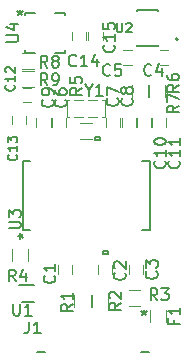
<source format=gto>
G04 #@! TF.GenerationSoftware,KiCad,Pcbnew,(5.1.8)-1*
G04 #@! TF.CreationDate,2021-01-24T13:56:55+09:00*
G04 #@! TF.ProjectId,USB-Audio-PCM2906,5553422d-4175-4646-996f-2d50434d3239,rev?*
G04 #@! TF.SameCoordinates,Original*
G04 #@! TF.FileFunction,Legend,Top*
G04 #@! TF.FilePolarity,Positive*
%FSLAX46Y46*%
G04 Gerber Fmt 4.6, Leading zero omitted, Abs format (unit mm)*
G04 Created by KiCad (PCBNEW (5.1.8)-1) date 2021-01-24 13:56:55*
%MOMM*%
%LPD*%
G01*
G04 APERTURE LIST*
%ADD10C,0.152400*%
%ADD11C,0.120000*%
%ADD12C,0.150000*%
%ADD13C,0.200000*%
%ADD14C,0.127000*%
%ADD15O,1.500000X3.000000*%
%ADD16C,1.701800*%
%ADD17C,1.498600*%
%ADD18R,0.500000X0.900000*%
%ADD19R,0.750000X0.800000*%
%ADD20R,0.800000X0.750000*%
%ADD21R,0.900000X0.500000*%
%ADD22R,0.650000X0.250000*%
%ADD23R,1.350000X0.600000*%
%ADD24R,0.431000X1.639799*%
%ADD25C,0.508000*%
%ADD26R,1.500000X1.750000*%
%ADD27R,0.850000X0.350000*%
%ADD28R,0.400000X1.900000*%
G04 APERTURE END LIST*
D10*
G04 #@! TO.C,J1*
X144425441Y-119373000D02*
X143736741Y-119373000D01*
X153263260Y-119373000D02*
X152574561Y-119373000D01*
D11*
G04 #@! TO.C,R9*
X143450000Y-96880000D02*
X142450000Y-96880000D01*
X142450000Y-95520000D02*
X143450000Y-95520000D01*
G04 #@! TO.C,C13*
X141600000Y-100050000D02*
X141600000Y-99350000D01*
X142800000Y-99350000D02*
X142800000Y-100050000D01*
G04 #@! TO.C,C1*
X146700000Y-112000000D02*
X146700000Y-112700000D01*
X145500000Y-112700000D02*
X145500000Y-112000000D01*
G04 #@! TO.C,C2*
X148900000Y-112700000D02*
X148900000Y-112000000D01*
X150100000Y-112000000D02*
X150100000Y-112700000D01*
G04 #@! TO.C,C3*
X152700000Y-112000000D02*
X152700000Y-112700000D01*
X151500000Y-112700000D02*
X151500000Y-112000000D01*
G04 #@! TO.C,C4*
X154850000Y-95000000D02*
X154150000Y-95000000D01*
X154150000Y-93800000D02*
X154850000Y-93800000D01*
G04 #@! TO.C,C5*
X151050000Y-93800000D02*
X151750000Y-93800000D01*
X151750000Y-95000000D02*
X151050000Y-95000000D01*
G04 #@! TO.C,C6*
X146200000Y-99550000D02*
X146200000Y-100250000D01*
X145000000Y-100250000D02*
X145000000Y-99550000D01*
G04 #@! TO.C,C7*
X149600000Y-100250000D02*
X149600000Y-99550000D01*
X150800000Y-99550000D02*
X150800000Y-100250000D01*
G04 #@! TO.C,C8*
X150900000Y-100250000D02*
X150900000Y-99550000D01*
X152100000Y-99550000D02*
X152100000Y-100250000D01*
G04 #@! TO.C,C9*
X144900000Y-99550000D02*
X144900000Y-100250000D01*
X143700000Y-100250000D02*
X143700000Y-99550000D01*
G04 #@! TO.C,C10*
X153400000Y-99550000D02*
X153400000Y-100250000D01*
X152200000Y-100250000D02*
X152200000Y-99550000D01*
G04 #@! TO.C,C11*
X154700000Y-99550000D02*
X154700000Y-100250000D01*
X153500000Y-100250000D02*
X153500000Y-99550000D01*
G04 #@! TO.C,C12*
X143250000Y-98200000D02*
X142550000Y-98200000D01*
X142550000Y-97000000D02*
X143250000Y-97000000D01*
G04 #@! TO.C,C14*
X147900000Y-92250000D02*
X147900000Y-92950000D01*
X146700000Y-92950000D02*
X146700000Y-92250000D01*
G04 #@! TO.C,C15*
X148100000Y-92950000D02*
X148100000Y-92250000D01*
X149300000Y-92250000D02*
X149300000Y-92950000D01*
G04 #@! TO.C,F1*
X153320000Y-116800000D02*
X153320000Y-115800000D01*
X154680000Y-115800000D02*
X154680000Y-116800000D01*
G04 #@! TO.C,R1*
X148280000Y-114500000D02*
X148280000Y-115500000D01*
X146920000Y-115500000D02*
X146920000Y-114500000D01*
G04 #@! TO.C,R2*
X148420000Y-115500000D02*
X148420000Y-114500000D01*
X149780000Y-114500000D02*
X149780000Y-115500000D01*
G04 #@! TO.C,R3*
X151500000Y-114120000D02*
X152500000Y-114120000D01*
X152500000Y-115480000D02*
X151500000Y-115480000D01*
G04 #@! TO.C,R4*
X141620000Y-111600000D02*
X141620000Y-110600000D01*
X142980000Y-110600000D02*
X142980000Y-111600000D01*
G04 #@! TO.C,R5*
X148400000Y-101280000D02*
X147400000Y-101280000D01*
X147400000Y-99920000D02*
X148400000Y-99920000D01*
G04 #@! TO.C,R6*
X153180000Y-96750000D02*
X153180000Y-97750000D01*
X151820000Y-97750000D02*
X151820000Y-96750000D01*
G04 #@! TO.C,R7*
X153220000Y-97750000D02*
X153220000Y-96750000D01*
X154580000Y-96750000D02*
X154580000Y-97750000D01*
G04 #@! TO.C,R8*
X143450000Y-95380000D02*
X142450000Y-95380000D01*
X142450000Y-94020000D02*
X143450000Y-94020000D01*
D12*
G04 #@! TO.C,U1*
X142200000Y-113700000D02*
X143500000Y-113700000D01*
X143500000Y-115100000D02*
X142500000Y-115100000D01*
D13*
G04 #@! TO.C,U2*
X155669000Y-92850000D02*
G75*
G03*
X155669000Y-92850000I-100000J0D01*
G01*
D14*
X153950000Y-93450000D02*
X153950000Y-93350000D01*
X152250000Y-93450000D02*
X152250000Y-93350000D01*
X152250000Y-90350000D02*
X152250000Y-90450000D01*
X153950000Y-90350000D02*
X153950000Y-90450000D01*
X152250000Y-90350000D02*
X153950000Y-90350000D01*
X152250000Y-93450000D02*
X153950000Y-93450000D01*
D10*
G04 #@! TO.C,U3*
X153272100Y-109021000D02*
X153272100Y-103179000D01*
X153272100Y-103179000D02*
X152673240Y-103179000D01*
X142527900Y-103179000D02*
X142527900Y-109021000D01*
X142527900Y-109021000D02*
X143126760Y-109021000D01*
X152673238Y-109021000D02*
X153272100Y-109021000D01*
X143126760Y-103179000D02*
X142527900Y-103179000D01*
X149334498Y-111060099D02*
X149715498Y-111060099D01*
X149715498Y-111060099D02*
X149715498Y-110806099D01*
X149715498Y-110806099D02*
X149334498Y-110806099D01*
X149334498Y-110806099D02*
X149334498Y-111060099D01*
X148684499Y-101139901D02*
X149065499Y-101139901D01*
X149065499Y-101139901D02*
X149065499Y-101393901D01*
X149065499Y-101393901D02*
X148684499Y-101393901D01*
X148684499Y-101393901D02*
X148684499Y-101139901D01*
G04 #@! TO.C,U4*
X142698001Y-94001999D02*
X143545650Y-94001999D01*
X146101999Y-94001999D02*
X146101999Y-93782739D01*
X146101999Y-90598001D02*
X145254350Y-90598001D01*
X142698001Y-90598001D02*
X142698001Y-90817261D01*
X142698001Y-93782739D02*
X142698001Y-94001999D01*
X146101999Y-90817261D02*
X146101999Y-90598001D01*
X143545650Y-90598001D02*
X142698001Y-90598001D01*
X145254350Y-94001999D02*
X146101999Y-94001999D01*
D11*
G04 #@! TO.C,Y1*
X149500000Y-99400000D02*
X149500000Y-98000000D01*
X149500000Y-98000000D02*
X146300000Y-98000000D01*
X146300000Y-98000000D02*
X146300000Y-99400000D01*
X149500000Y-99400000D02*
X146300000Y-99400000D01*
G04 #@! TO.C,J1*
D12*
X143066666Y-116752380D02*
X143066666Y-117466666D01*
X143019047Y-117609523D01*
X142923809Y-117704761D01*
X142780952Y-117752380D01*
X142685714Y-117752380D01*
X144066666Y-117752380D02*
X143495238Y-117752380D01*
X143780952Y-117752380D02*
X143780952Y-116752380D01*
X143685714Y-116895238D01*
X143590476Y-116990476D01*
X143495238Y-117038095D01*
X152800000Y-115752380D02*
X152800000Y-115990476D01*
X152561904Y-115895238D02*
X152800000Y-115990476D01*
X153038095Y-115895238D01*
X152657142Y-116180952D02*
X152800000Y-115990476D01*
X152942857Y-116180952D01*
G04 #@! TO.C,R9*
X144633333Y-96752380D02*
X144300000Y-96276190D01*
X144061904Y-96752380D02*
X144061904Y-95752380D01*
X144442857Y-95752380D01*
X144538095Y-95800000D01*
X144585714Y-95847619D01*
X144633333Y-95942857D01*
X144633333Y-96085714D01*
X144585714Y-96180952D01*
X144538095Y-96228571D01*
X144442857Y-96276190D01*
X144061904Y-96276190D01*
X145109523Y-96752380D02*
X145300000Y-96752380D01*
X145395238Y-96704761D01*
X145442857Y-96657142D01*
X145538095Y-96514285D01*
X145585714Y-96323809D01*
X145585714Y-95942857D01*
X145538095Y-95847619D01*
X145490476Y-95800000D01*
X145395238Y-95752380D01*
X145204761Y-95752380D01*
X145109523Y-95800000D01*
X145061904Y-95847619D01*
X145014285Y-95942857D01*
X145014285Y-96180952D01*
X145061904Y-96276190D01*
X145109523Y-96323809D01*
X145204761Y-96371428D01*
X145395238Y-96371428D01*
X145490476Y-96323809D01*
X145538095Y-96276190D01*
X145585714Y-96180952D01*
G04 #@! TO.C,C13*
X141985714Y-102614285D02*
X142023809Y-102652380D01*
X142061904Y-102766666D01*
X142061904Y-102842857D01*
X142023809Y-102957142D01*
X141947619Y-103033333D01*
X141871428Y-103071428D01*
X141719047Y-103109523D01*
X141604761Y-103109523D01*
X141452380Y-103071428D01*
X141376190Y-103033333D01*
X141300000Y-102957142D01*
X141261904Y-102842857D01*
X141261904Y-102766666D01*
X141300000Y-102652380D01*
X141338095Y-102614285D01*
X142061904Y-101852380D02*
X142061904Y-102309523D01*
X142061904Y-102080952D02*
X141261904Y-102080952D01*
X141376190Y-102157142D01*
X141452380Y-102233333D01*
X141490476Y-102309523D01*
X141261904Y-101585714D02*
X141261904Y-101090476D01*
X141566666Y-101357142D01*
X141566666Y-101242857D01*
X141604761Y-101166666D01*
X141642857Y-101128571D01*
X141719047Y-101090476D01*
X141909523Y-101090476D01*
X141985714Y-101128571D01*
X142023809Y-101166666D01*
X142061904Y-101242857D01*
X142061904Y-101471428D01*
X142023809Y-101547619D01*
X141985714Y-101585714D01*
G04 #@! TO.C,C1*
X145207142Y-112866666D02*
X145254761Y-112914285D01*
X145302380Y-113057142D01*
X145302380Y-113152380D01*
X145254761Y-113295238D01*
X145159523Y-113390476D01*
X145064285Y-113438095D01*
X144873809Y-113485714D01*
X144730952Y-113485714D01*
X144540476Y-113438095D01*
X144445238Y-113390476D01*
X144350000Y-113295238D01*
X144302380Y-113152380D01*
X144302380Y-113057142D01*
X144350000Y-112914285D01*
X144397619Y-112866666D01*
X145302380Y-111914285D02*
X145302380Y-112485714D01*
X145302380Y-112200000D02*
X144302380Y-112200000D01*
X144445238Y-112295238D01*
X144540476Y-112390476D01*
X144588095Y-112485714D01*
G04 #@! TO.C,C2*
X151157142Y-112616666D02*
X151204761Y-112664285D01*
X151252380Y-112807142D01*
X151252380Y-112902380D01*
X151204761Y-113045238D01*
X151109523Y-113140476D01*
X151014285Y-113188095D01*
X150823809Y-113235714D01*
X150680952Y-113235714D01*
X150490476Y-113188095D01*
X150395238Y-113140476D01*
X150300000Y-113045238D01*
X150252380Y-112902380D01*
X150252380Y-112807142D01*
X150300000Y-112664285D01*
X150347619Y-112616666D01*
X150347619Y-112235714D02*
X150300000Y-112188095D01*
X150252380Y-112092857D01*
X150252380Y-111854761D01*
X150300000Y-111759523D01*
X150347619Y-111711904D01*
X150442857Y-111664285D01*
X150538095Y-111664285D01*
X150680952Y-111711904D01*
X151252380Y-112283333D01*
X151252380Y-111664285D01*
G04 #@! TO.C,C3*
X153857142Y-112516666D02*
X153904761Y-112564285D01*
X153952380Y-112707142D01*
X153952380Y-112802380D01*
X153904761Y-112945238D01*
X153809523Y-113040476D01*
X153714285Y-113088095D01*
X153523809Y-113135714D01*
X153380952Y-113135714D01*
X153190476Y-113088095D01*
X153095238Y-113040476D01*
X153000000Y-112945238D01*
X152952380Y-112802380D01*
X152952380Y-112707142D01*
X153000000Y-112564285D01*
X153047619Y-112516666D01*
X152952380Y-112183333D02*
X152952380Y-111564285D01*
X153333333Y-111897619D01*
X153333333Y-111754761D01*
X153380952Y-111659523D01*
X153428571Y-111611904D01*
X153523809Y-111564285D01*
X153761904Y-111564285D01*
X153857142Y-111611904D01*
X153904761Y-111659523D01*
X153952380Y-111754761D01*
X153952380Y-112040476D01*
X153904761Y-112135714D01*
X153857142Y-112183333D01*
G04 #@! TO.C,C4*
X153433333Y-95857142D02*
X153385714Y-95904761D01*
X153242857Y-95952380D01*
X153147619Y-95952380D01*
X153004761Y-95904761D01*
X152909523Y-95809523D01*
X152861904Y-95714285D01*
X152814285Y-95523809D01*
X152814285Y-95380952D01*
X152861904Y-95190476D01*
X152909523Y-95095238D01*
X153004761Y-95000000D01*
X153147619Y-94952380D01*
X153242857Y-94952380D01*
X153385714Y-95000000D01*
X153433333Y-95047619D01*
X154290476Y-95285714D02*
X154290476Y-95952380D01*
X154052380Y-94904761D02*
X153814285Y-95619047D01*
X154433333Y-95619047D01*
G04 #@! TO.C,C5*
X149933333Y-95857142D02*
X149885714Y-95904761D01*
X149742857Y-95952380D01*
X149647619Y-95952380D01*
X149504761Y-95904761D01*
X149409523Y-95809523D01*
X149361904Y-95714285D01*
X149314285Y-95523809D01*
X149314285Y-95380952D01*
X149361904Y-95190476D01*
X149409523Y-95095238D01*
X149504761Y-95000000D01*
X149647619Y-94952380D01*
X149742857Y-94952380D01*
X149885714Y-95000000D01*
X149933333Y-95047619D01*
X150838095Y-94952380D02*
X150361904Y-94952380D01*
X150314285Y-95428571D01*
X150361904Y-95380952D01*
X150457142Y-95333333D01*
X150695238Y-95333333D01*
X150790476Y-95380952D01*
X150838095Y-95428571D01*
X150885714Y-95523809D01*
X150885714Y-95761904D01*
X150838095Y-95857142D01*
X150790476Y-95904761D01*
X150695238Y-95952380D01*
X150457142Y-95952380D01*
X150361904Y-95904761D01*
X150314285Y-95857142D01*
G04 #@! TO.C,C6*
X146157142Y-97966666D02*
X146204761Y-98014285D01*
X146252380Y-98157142D01*
X146252380Y-98252380D01*
X146204761Y-98395238D01*
X146109523Y-98490476D01*
X146014285Y-98538095D01*
X145823809Y-98585714D01*
X145680952Y-98585714D01*
X145490476Y-98538095D01*
X145395238Y-98490476D01*
X145300000Y-98395238D01*
X145252380Y-98252380D01*
X145252380Y-98157142D01*
X145300000Y-98014285D01*
X145347619Y-97966666D01*
X145252380Y-97109523D02*
X145252380Y-97300000D01*
X145300000Y-97395238D01*
X145347619Y-97442857D01*
X145490476Y-97538095D01*
X145680952Y-97585714D01*
X146061904Y-97585714D01*
X146157142Y-97538095D01*
X146204761Y-97490476D01*
X146252380Y-97395238D01*
X146252380Y-97204761D01*
X146204761Y-97109523D01*
X146157142Y-97061904D01*
X146061904Y-97014285D01*
X145823809Y-97014285D01*
X145728571Y-97061904D01*
X145680952Y-97109523D01*
X145633333Y-97204761D01*
X145633333Y-97395238D01*
X145680952Y-97490476D01*
X145728571Y-97538095D01*
X145823809Y-97585714D01*
G04 #@! TO.C,C7*
X150557142Y-97866666D02*
X150604761Y-97914285D01*
X150652380Y-98057142D01*
X150652380Y-98152380D01*
X150604761Y-98295238D01*
X150509523Y-98390476D01*
X150414285Y-98438095D01*
X150223809Y-98485714D01*
X150080952Y-98485714D01*
X149890476Y-98438095D01*
X149795238Y-98390476D01*
X149700000Y-98295238D01*
X149652380Y-98152380D01*
X149652380Y-98057142D01*
X149700000Y-97914285D01*
X149747619Y-97866666D01*
X149652380Y-97533333D02*
X149652380Y-96866666D01*
X150652380Y-97295238D01*
G04 #@! TO.C,C8*
X151757142Y-97866666D02*
X151804761Y-97914285D01*
X151852380Y-98057142D01*
X151852380Y-98152380D01*
X151804761Y-98295238D01*
X151709523Y-98390476D01*
X151614285Y-98438095D01*
X151423809Y-98485714D01*
X151280952Y-98485714D01*
X151090476Y-98438095D01*
X150995238Y-98390476D01*
X150900000Y-98295238D01*
X150852380Y-98152380D01*
X150852380Y-98057142D01*
X150900000Y-97914285D01*
X150947619Y-97866666D01*
X151280952Y-97295238D02*
X151233333Y-97390476D01*
X151185714Y-97438095D01*
X151090476Y-97485714D01*
X151042857Y-97485714D01*
X150947619Y-97438095D01*
X150900000Y-97390476D01*
X150852380Y-97295238D01*
X150852380Y-97104761D01*
X150900000Y-97009523D01*
X150947619Y-96961904D01*
X151042857Y-96914285D01*
X151090476Y-96914285D01*
X151185714Y-96961904D01*
X151233333Y-97009523D01*
X151280952Y-97104761D01*
X151280952Y-97295238D01*
X151328571Y-97390476D01*
X151376190Y-97438095D01*
X151471428Y-97485714D01*
X151661904Y-97485714D01*
X151757142Y-97438095D01*
X151804761Y-97390476D01*
X151852380Y-97295238D01*
X151852380Y-97104761D01*
X151804761Y-97009523D01*
X151757142Y-96961904D01*
X151661904Y-96914285D01*
X151471428Y-96914285D01*
X151376190Y-96961904D01*
X151328571Y-97009523D01*
X151280952Y-97104761D01*
G04 #@! TO.C,C9*
X145057142Y-97966666D02*
X145104761Y-98014285D01*
X145152380Y-98157142D01*
X145152380Y-98252380D01*
X145104761Y-98395238D01*
X145009523Y-98490476D01*
X144914285Y-98538095D01*
X144723809Y-98585714D01*
X144580952Y-98585714D01*
X144390476Y-98538095D01*
X144295238Y-98490476D01*
X144200000Y-98395238D01*
X144152380Y-98252380D01*
X144152380Y-98157142D01*
X144200000Y-98014285D01*
X144247619Y-97966666D01*
X145152380Y-97490476D02*
X145152380Y-97300000D01*
X145104761Y-97204761D01*
X145057142Y-97157142D01*
X144914285Y-97061904D01*
X144723809Y-97014285D01*
X144342857Y-97014285D01*
X144247619Y-97061904D01*
X144200000Y-97109523D01*
X144152380Y-97204761D01*
X144152380Y-97395238D01*
X144200000Y-97490476D01*
X144247619Y-97538095D01*
X144342857Y-97585714D01*
X144580952Y-97585714D01*
X144676190Y-97538095D01*
X144723809Y-97490476D01*
X144771428Y-97395238D01*
X144771428Y-97204761D01*
X144723809Y-97109523D01*
X144676190Y-97061904D01*
X144580952Y-97014285D01*
G04 #@! TO.C,C10*
X154557142Y-103142857D02*
X154604761Y-103190476D01*
X154652380Y-103333333D01*
X154652380Y-103428571D01*
X154604761Y-103571428D01*
X154509523Y-103666666D01*
X154414285Y-103714285D01*
X154223809Y-103761904D01*
X154080952Y-103761904D01*
X153890476Y-103714285D01*
X153795238Y-103666666D01*
X153700000Y-103571428D01*
X153652380Y-103428571D01*
X153652380Y-103333333D01*
X153700000Y-103190476D01*
X153747619Y-103142857D01*
X154652380Y-102190476D02*
X154652380Y-102761904D01*
X154652380Y-102476190D02*
X153652380Y-102476190D01*
X153795238Y-102571428D01*
X153890476Y-102666666D01*
X153938095Y-102761904D01*
X153652380Y-101571428D02*
X153652380Y-101476190D01*
X153700000Y-101380952D01*
X153747619Y-101333333D01*
X153842857Y-101285714D01*
X154033333Y-101238095D01*
X154271428Y-101238095D01*
X154461904Y-101285714D01*
X154557142Y-101333333D01*
X154604761Y-101380952D01*
X154652380Y-101476190D01*
X154652380Y-101571428D01*
X154604761Y-101666666D01*
X154557142Y-101714285D01*
X154461904Y-101761904D01*
X154271428Y-101809523D01*
X154033333Y-101809523D01*
X153842857Y-101761904D01*
X153747619Y-101714285D01*
X153700000Y-101666666D01*
X153652380Y-101571428D01*
G04 #@! TO.C,C11*
X155757142Y-103142857D02*
X155804761Y-103190476D01*
X155852380Y-103333333D01*
X155852380Y-103428571D01*
X155804761Y-103571428D01*
X155709523Y-103666666D01*
X155614285Y-103714285D01*
X155423809Y-103761904D01*
X155280952Y-103761904D01*
X155090476Y-103714285D01*
X154995238Y-103666666D01*
X154900000Y-103571428D01*
X154852380Y-103428571D01*
X154852380Y-103333333D01*
X154900000Y-103190476D01*
X154947619Y-103142857D01*
X155852380Y-102190476D02*
X155852380Y-102761904D01*
X155852380Y-102476190D02*
X154852380Y-102476190D01*
X154995238Y-102571428D01*
X155090476Y-102666666D01*
X155138095Y-102761904D01*
X155852380Y-101238095D02*
X155852380Y-101809523D01*
X155852380Y-101523809D02*
X154852380Y-101523809D01*
X154995238Y-101619047D01*
X155090476Y-101714285D01*
X155138095Y-101809523D01*
G04 #@! TO.C,C12*
X141785714Y-96714285D02*
X141823809Y-96752380D01*
X141861904Y-96866666D01*
X141861904Y-96942857D01*
X141823809Y-97057142D01*
X141747619Y-97133333D01*
X141671428Y-97171428D01*
X141519047Y-97209523D01*
X141404761Y-97209523D01*
X141252380Y-97171428D01*
X141176190Y-97133333D01*
X141100000Y-97057142D01*
X141061904Y-96942857D01*
X141061904Y-96866666D01*
X141100000Y-96752380D01*
X141138095Y-96714285D01*
X141861904Y-95952380D02*
X141861904Y-96409523D01*
X141861904Y-96180952D02*
X141061904Y-96180952D01*
X141176190Y-96257142D01*
X141252380Y-96333333D01*
X141290476Y-96409523D01*
X141138095Y-95647619D02*
X141100000Y-95609523D01*
X141061904Y-95533333D01*
X141061904Y-95342857D01*
X141100000Y-95266666D01*
X141138095Y-95228571D01*
X141214285Y-95190476D01*
X141290476Y-95190476D01*
X141404761Y-95228571D01*
X141861904Y-95685714D01*
X141861904Y-95190476D01*
G04 #@! TO.C,C14*
X147057142Y-95057142D02*
X147009523Y-95104761D01*
X146866666Y-95152380D01*
X146771428Y-95152380D01*
X146628571Y-95104761D01*
X146533333Y-95009523D01*
X146485714Y-94914285D01*
X146438095Y-94723809D01*
X146438095Y-94580952D01*
X146485714Y-94390476D01*
X146533333Y-94295238D01*
X146628571Y-94200000D01*
X146771428Y-94152380D01*
X146866666Y-94152380D01*
X147009523Y-94200000D01*
X147057142Y-94247619D01*
X148009523Y-95152380D02*
X147438095Y-95152380D01*
X147723809Y-95152380D02*
X147723809Y-94152380D01*
X147628571Y-94295238D01*
X147533333Y-94390476D01*
X147438095Y-94438095D01*
X148866666Y-94485714D02*
X148866666Y-95152380D01*
X148628571Y-94104761D02*
X148390476Y-94819047D01*
X149009523Y-94819047D01*
G04 #@! TO.C,C15*
X150257142Y-93342857D02*
X150304761Y-93390476D01*
X150352380Y-93533333D01*
X150352380Y-93628571D01*
X150304761Y-93771428D01*
X150209523Y-93866666D01*
X150114285Y-93914285D01*
X149923809Y-93961904D01*
X149780952Y-93961904D01*
X149590476Y-93914285D01*
X149495238Y-93866666D01*
X149400000Y-93771428D01*
X149352380Y-93628571D01*
X149352380Y-93533333D01*
X149400000Y-93390476D01*
X149447619Y-93342857D01*
X150352380Y-92390476D02*
X150352380Y-92961904D01*
X150352380Y-92676190D02*
X149352380Y-92676190D01*
X149495238Y-92771428D01*
X149590476Y-92866666D01*
X149638095Y-92961904D01*
X149352380Y-91485714D02*
X149352380Y-91961904D01*
X149828571Y-92009523D01*
X149780952Y-91961904D01*
X149733333Y-91866666D01*
X149733333Y-91628571D01*
X149780952Y-91533333D01*
X149828571Y-91485714D01*
X149923809Y-91438095D01*
X150161904Y-91438095D01*
X150257142Y-91485714D01*
X150304761Y-91533333D01*
X150352380Y-91628571D01*
X150352380Y-91866666D01*
X150304761Y-91961904D01*
X150257142Y-92009523D01*
G04 #@! TO.C,F1*
X155328571Y-116633333D02*
X155328571Y-116966666D01*
X155852380Y-116966666D02*
X154852380Y-116966666D01*
X154852380Y-116490476D01*
X155852380Y-115585714D02*
X155852380Y-116157142D01*
X155852380Y-115871428D02*
X154852380Y-115871428D01*
X154995238Y-115966666D01*
X155090476Y-116061904D01*
X155138095Y-116157142D01*
G04 #@! TO.C,R1*
X146752380Y-115266666D02*
X146276190Y-115600000D01*
X146752380Y-115838095D02*
X145752380Y-115838095D01*
X145752380Y-115457142D01*
X145800000Y-115361904D01*
X145847619Y-115314285D01*
X145942857Y-115266666D01*
X146085714Y-115266666D01*
X146180952Y-115314285D01*
X146228571Y-115361904D01*
X146276190Y-115457142D01*
X146276190Y-115838095D01*
X146752380Y-114314285D02*
X146752380Y-114885714D01*
X146752380Y-114600000D02*
X145752380Y-114600000D01*
X145895238Y-114695238D01*
X145990476Y-114790476D01*
X146038095Y-114885714D01*
G04 #@! TO.C,R2*
X150852380Y-115166666D02*
X150376190Y-115500000D01*
X150852380Y-115738095D02*
X149852380Y-115738095D01*
X149852380Y-115357142D01*
X149900000Y-115261904D01*
X149947619Y-115214285D01*
X150042857Y-115166666D01*
X150185714Y-115166666D01*
X150280952Y-115214285D01*
X150328571Y-115261904D01*
X150376190Y-115357142D01*
X150376190Y-115738095D01*
X149947619Y-114785714D02*
X149900000Y-114738095D01*
X149852380Y-114642857D01*
X149852380Y-114404761D01*
X149900000Y-114309523D01*
X149947619Y-114261904D01*
X150042857Y-114214285D01*
X150138095Y-114214285D01*
X150280952Y-114261904D01*
X150852380Y-114833333D01*
X150852380Y-114214285D01*
G04 #@! TO.C,R3*
X153933333Y-114952380D02*
X153600000Y-114476190D01*
X153361904Y-114952380D02*
X153361904Y-113952380D01*
X153742857Y-113952380D01*
X153838095Y-114000000D01*
X153885714Y-114047619D01*
X153933333Y-114142857D01*
X153933333Y-114285714D01*
X153885714Y-114380952D01*
X153838095Y-114428571D01*
X153742857Y-114476190D01*
X153361904Y-114476190D01*
X154266666Y-113952380D02*
X154885714Y-113952380D01*
X154552380Y-114333333D01*
X154695238Y-114333333D01*
X154790476Y-114380952D01*
X154838095Y-114428571D01*
X154885714Y-114523809D01*
X154885714Y-114761904D01*
X154838095Y-114857142D01*
X154790476Y-114904761D01*
X154695238Y-114952380D01*
X154409523Y-114952380D01*
X154314285Y-114904761D01*
X154266666Y-114857142D01*
G04 #@! TO.C,R4*
X141933333Y-113352380D02*
X141600000Y-112876190D01*
X141361904Y-113352380D02*
X141361904Y-112352380D01*
X141742857Y-112352380D01*
X141838095Y-112400000D01*
X141885714Y-112447619D01*
X141933333Y-112542857D01*
X141933333Y-112685714D01*
X141885714Y-112780952D01*
X141838095Y-112828571D01*
X141742857Y-112876190D01*
X141361904Y-112876190D01*
X142790476Y-112685714D02*
X142790476Y-113352380D01*
X142552380Y-112304761D02*
X142314285Y-113019047D01*
X142933333Y-113019047D01*
G04 #@! TO.C,R5*
X147552380Y-96966666D02*
X147076190Y-97300000D01*
X147552380Y-97538095D02*
X146552380Y-97538095D01*
X146552380Y-97157142D01*
X146600000Y-97061904D01*
X146647619Y-97014285D01*
X146742857Y-96966666D01*
X146885714Y-96966666D01*
X146980952Y-97014285D01*
X147028571Y-97061904D01*
X147076190Y-97157142D01*
X147076190Y-97538095D01*
X146552380Y-96061904D02*
X146552380Y-96538095D01*
X147028571Y-96585714D01*
X146980952Y-96538095D01*
X146933333Y-96442857D01*
X146933333Y-96204761D01*
X146980952Y-96109523D01*
X147028571Y-96061904D01*
X147123809Y-96014285D01*
X147361904Y-96014285D01*
X147457142Y-96061904D01*
X147504761Y-96109523D01*
X147552380Y-96204761D01*
X147552380Y-96442857D01*
X147504761Y-96538095D01*
X147457142Y-96585714D01*
G04 #@! TO.C,R6*
X155752380Y-96716666D02*
X155276190Y-97050000D01*
X155752380Y-97288095D02*
X154752380Y-97288095D01*
X154752380Y-96907142D01*
X154800000Y-96811904D01*
X154847619Y-96764285D01*
X154942857Y-96716666D01*
X155085714Y-96716666D01*
X155180952Y-96764285D01*
X155228571Y-96811904D01*
X155276190Y-96907142D01*
X155276190Y-97288095D01*
X154752380Y-95859523D02*
X154752380Y-96050000D01*
X154800000Y-96145238D01*
X154847619Y-96192857D01*
X154990476Y-96288095D01*
X155180952Y-96335714D01*
X155561904Y-96335714D01*
X155657142Y-96288095D01*
X155704761Y-96240476D01*
X155752380Y-96145238D01*
X155752380Y-95954761D01*
X155704761Y-95859523D01*
X155657142Y-95811904D01*
X155561904Y-95764285D01*
X155323809Y-95764285D01*
X155228571Y-95811904D01*
X155180952Y-95859523D01*
X155133333Y-95954761D01*
X155133333Y-96145238D01*
X155180952Y-96240476D01*
X155228571Y-96288095D01*
X155323809Y-96335714D01*
G04 #@! TO.C,R7*
X155752380Y-98466666D02*
X155276190Y-98800000D01*
X155752380Y-99038095D02*
X154752380Y-99038095D01*
X154752380Y-98657142D01*
X154800000Y-98561904D01*
X154847619Y-98514285D01*
X154942857Y-98466666D01*
X155085714Y-98466666D01*
X155180952Y-98514285D01*
X155228571Y-98561904D01*
X155276190Y-98657142D01*
X155276190Y-99038095D01*
X154752380Y-98133333D02*
X154752380Y-97466666D01*
X155752380Y-97895238D01*
G04 #@! TO.C,R8*
X144633333Y-95252380D02*
X144300000Y-94776190D01*
X144061904Y-95252380D02*
X144061904Y-94252380D01*
X144442857Y-94252380D01*
X144538095Y-94300000D01*
X144585714Y-94347619D01*
X144633333Y-94442857D01*
X144633333Y-94585714D01*
X144585714Y-94680952D01*
X144538095Y-94728571D01*
X144442857Y-94776190D01*
X144061904Y-94776190D01*
X145204761Y-94680952D02*
X145109523Y-94633333D01*
X145061904Y-94585714D01*
X145014285Y-94490476D01*
X145014285Y-94442857D01*
X145061904Y-94347619D01*
X145109523Y-94300000D01*
X145204761Y-94252380D01*
X145395238Y-94252380D01*
X145490476Y-94300000D01*
X145538095Y-94347619D01*
X145585714Y-94442857D01*
X145585714Y-94490476D01*
X145538095Y-94585714D01*
X145490476Y-94633333D01*
X145395238Y-94680952D01*
X145204761Y-94680952D01*
X145109523Y-94728571D01*
X145061904Y-94776190D01*
X145014285Y-94871428D01*
X145014285Y-95061904D01*
X145061904Y-95157142D01*
X145109523Y-95204761D01*
X145204761Y-95252380D01*
X145395238Y-95252380D01*
X145490476Y-95204761D01*
X145538095Y-95157142D01*
X145585714Y-95061904D01*
X145585714Y-94871428D01*
X145538095Y-94776190D01*
X145490476Y-94728571D01*
X145395238Y-94680952D01*
G04 #@! TO.C,U1*
X141738095Y-115252380D02*
X141738095Y-116061904D01*
X141785714Y-116157142D01*
X141833333Y-116204761D01*
X141928571Y-116252380D01*
X142119047Y-116252380D01*
X142214285Y-116204761D01*
X142261904Y-116157142D01*
X142309523Y-116061904D01*
X142309523Y-115252380D01*
X143309523Y-116252380D02*
X142738095Y-116252380D01*
X143023809Y-116252380D02*
X143023809Y-115252380D01*
X142928571Y-115395238D01*
X142833333Y-115490476D01*
X142738095Y-115538095D01*
G04 #@! TO.C,U2*
X150488472Y-91460464D02*
X150488472Y-92110212D01*
X150526692Y-92186653D01*
X150564913Y-92224874D01*
X150641354Y-92263094D01*
X150794236Y-92263094D01*
X150870677Y-92224874D01*
X150908897Y-92186653D01*
X150947118Y-92110212D01*
X150947118Y-91460464D01*
X151291102Y-91536905D02*
X151329322Y-91498685D01*
X151405763Y-91460464D01*
X151596866Y-91460464D01*
X151673307Y-91498685D01*
X151711527Y-91536905D01*
X151749748Y-91613346D01*
X151749748Y-91689787D01*
X151711527Y-91804448D01*
X151252881Y-92263094D01*
X151749748Y-92263094D01*
G04 #@! TO.C,U3*
X141352380Y-108861904D02*
X142161904Y-108861904D01*
X142257142Y-108814285D01*
X142304761Y-108766666D01*
X142352380Y-108671428D01*
X142352380Y-108480952D01*
X142304761Y-108385714D01*
X142257142Y-108338095D01*
X142161904Y-108290476D01*
X141352380Y-108290476D01*
X141352380Y-107909523D02*
X141352380Y-107290476D01*
X141733333Y-107623809D01*
X141733333Y-107480952D01*
X141780952Y-107385714D01*
X141828571Y-107338095D01*
X141923809Y-107290476D01*
X142161904Y-107290476D01*
X142257142Y-107338095D01*
X142304761Y-107385714D01*
X142352380Y-107480952D01*
X142352380Y-107766666D01*
X142304761Y-107861904D01*
X142257142Y-107909523D01*
X142152380Y-109500000D02*
X142390476Y-109500000D01*
X142295238Y-109738095D02*
X142390476Y-109500000D01*
X142295238Y-109261904D01*
X142580952Y-109642857D02*
X142390476Y-109500000D01*
X142580952Y-109357142D01*
G04 #@! TO.C,U4*
X141152380Y-93055604D02*
X141961904Y-93055604D01*
X142057142Y-93007985D01*
X142104761Y-92960366D01*
X142152380Y-92865128D01*
X142152380Y-92674652D01*
X142104761Y-92579414D01*
X142057142Y-92531795D01*
X141961904Y-92484176D01*
X141152380Y-92484176D01*
X141485714Y-91579414D02*
X142152380Y-91579414D01*
X141104761Y-91817509D02*
X141819047Y-92055604D01*
X141819047Y-91436557D01*
X142300000Y-90352380D02*
X142300000Y-90590476D01*
X142061904Y-90495238D02*
X142300000Y-90590476D01*
X142538095Y-90495238D01*
X142157142Y-90780952D02*
X142300000Y-90590476D01*
X142442857Y-90780952D01*
G04 #@! TO.C,Y1*
X148123809Y-97176190D02*
X148123809Y-97652380D01*
X147790476Y-96652380D02*
X148123809Y-97176190D01*
X148457142Y-96652380D01*
X149314285Y-97652380D02*
X148742857Y-97652380D01*
X149028571Y-97652380D02*
X149028571Y-96652380D01*
X148933333Y-96795238D01*
X148838095Y-96890476D01*
X148742857Y-96938095D01*
G04 #@! TD*
%LPC*%
D10*
G04 #@! TO.C,U4*
X142430001Y-91080000D02*
X142430001Y-91569999D01*
X142430001Y-91569999D02*
X143419999Y-91569999D01*
X143419999Y-91569999D02*
X143419999Y-91080000D01*
X143419999Y-91080000D02*
X142430001Y-91080000D01*
X142430001Y-91730001D02*
X142430001Y-92220000D01*
X142430001Y-92220000D02*
X143419999Y-92220000D01*
X143419999Y-92220000D02*
X143419999Y-91730001D01*
X143419999Y-91730001D02*
X142430001Y-91730001D01*
X142430001Y-92380000D02*
X142430001Y-92869999D01*
X142430001Y-92869999D02*
X143419999Y-92869999D01*
X143419999Y-92869999D02*
X143419999Y-92380000D01*
X143419999Y-92380000D02*
X142430001Y-92380000D01*
X142430001Y-93030001D02*
X142430001Y-93520000D01*
X142430001Y-93520000D02*
X143419999Y-93520000D01*
X143419999Y-93520000D02*
X143419999Y-93030001D01*
X143419999Y-93030001D02*
X142430001Y-93030001D01*
X145380001Y-93030001D02*
X145380001Y-93520000D01*
X145380001Y-93520000D02*
X146369999Y-93520000D01*
X146369999Y-93520000D02*
X146369999Y-93030001D01*
X146369999Y-93030001D02*
X145380001Y-93030001D01*
X145380001Y-92380000D02*
X145380001Y-92869999D01*
X145380001Y-92869999D02*
X146369999Y-92869999D01*
X146369999Y-92869999D02*
X146369999Y-92380000D01*
X146369999Y-92380000D02*
X145380001Y-92380000D01*
X145380001Y-91730001D02*
X145380001Y-92220000D01*
X145380001Y-92220000D02*
X146369999Y-92220000D01*
X146369999Y-92220000D02*
X146369999Y-91730001D01*
X146369999Y-91730001D02*
X145380001Y-91730001D01*
X145380001Y-91080000D02*
X145380001Y-91569999D01*
X145380001Y-91569999D02*
X146369999Y-91569999D01*
X146369999Y-91569999D02*
X146369999Y-91080000D01*
X146369999Y-91080000D02*
X145380001Y-91080000D01*
X144400000Y-91425000D02*
X144400000Y-91425000D01*
X144400000Y-91425000D02*
X144400000Y-91425000D01*
X144400000Y-91425000D02*
X144400000Y-91425000D01*
X144400000Y-91425000D02*
X144400000Y-91425000D01*
X144400000Y-91425000D02*
X144400000Y-91425000D01*
X144400000Y-91425000D02*
X144400000Y-91425000D01*
X144400000Y-91425000D02*
X144400000Y-91425000D01*
X144400000Y-91425000D02*
X144400000Y-91425000D01*
X144400000Y-93175000D02*
X144400000Y-93175000D01*
X144400000Y-93175000D02*
X144400000Y-93175000D01*
X144400000Y-93175000D02*
X144400000Y-93175000D01*
X144400000Y-93175000D02*
X144400000Y-93175000D01*
X144400000Y-93175000D02*
X144400000Y-93175000D01*
X144400000Y-93175000D02*
X144400000Y-93175000D01*
X144400000Y-93175000D02*
X144400000Y-93175000D01*
X144400000Y-93175000D02*
X144400000Y-93175000D01*
X143853200Y-91425000D02*
X143853200Y-90725000D01*
X143853200Y-90725000D02*
X144083200Y-90725000D01*
X144083200Y-90725000D02*
X144083200Y-91425000D01*
X144083200Y-91425000D02*
X143853200Y-91425000D01*
X144946800Y-91425000D02*
X144946800Y-90725000D01*
X144946800Y-90725000D02*
X144716800Y-90725000D01*
X144716800Y-90725000D02*
X144716800Y-91425000D01*
X144716800Y-91425000D02*
X144946800Y-91425000D01*
X144946800Y-93175000D02*
X144946800Y-93875000D01*
X144946800Y-93875000D02*
X144716800Y-93875000D01*
X144716800Y-93875000D02*
X144716800Y-93175000D01*
X144716800Y-93175000D02*
X144946800Y-93175000D01*
X143853200Y-93175000D02*
X143853200Y-93875000D01*
X143853200Y-93875000D02*
X144083200Y-93875000D01*
X144083200Y-93875000D02*
X144083200Y-93175000D01*
X144083200Y-93175000D02*
X143853200Y-93175000D01*
X143586500Y-91361500D02*
X145213500Y-91361500D01*
X145213500Y-91361500D02*
X145213500Y-91706300D01*
X145213500Y-91706300D02*
X143586500Y-91706300D01*
X143586500Y-91706300D02*
X143586500Y-91361500D01*
X143586500Y-92106300D02*
X145213500Y-92106300D01*
X145213500Y-92106300D02*
X145213500Y-92493700D01*
X145213500Y-92493700D02*
X143586500Y-92493700D01*
X143586500Y-92493700D02*
X143586500Y-92106300D01*
X143586500Y-92893700D02*
X145213500Y-92893700D01*
X145213500Y-92893700D02*
X145213500Y-93238500D01*
X145213500Y-93238500D02*
X143586500Y-93238500D01*
X143586500Y-93238500D02*
X143586500Y-92893700D01*
X143586500Y-91361500D02*
X144200000Y-91361500D01*
X144200000Y-91361500D02*
X144200000Y-93238500D01*
X144200000Y-93238500D02*
X143586500Y-93238500D01*
X143586500Y-93238500D02*
X143586500Y-91361500D01*
X144600000Y-91361500D02*
X145213500Y-91361500D01*
X145213500Y-91361500D02*
X145213500Y-93238500D01*
X145213500Y-93238500D02*
X144600000Y-93238500D01*
X144600000Y-93238500D02*
X144600000Y-91361500D01*
G04 #@! TD*
D15*
G04 #@! TO.C,J1*
X154350000Y-119571994D03*
X142650001Y-119571994D03*
D16*
X150800001Y-119500000D03*
X146200000Y-119500000D03*
D17*
X152000000Y-117400000D03*
X149500001Y-117400000D03*
X147500000Y-117400000D03*
X145000002Y-117400000D03*
G04 #@! TD*
D18*
G04 #@! TO.C,R9*
X143700000Y-96200000D03*
X142200000Y-96200000D03*
G04 #@! TD*
D19*
G04 #@! TO.C,C13*
X142200000Y-98950000D03*
X142200000Y-100450000D03*
G04 #@! TD*
G04 #@! TO.C,C1*
X146100000Y-113100000D03*
X146100000Y-111600000D03*
G04 #@! TD*
G04 #@! TO.C,C2*
X149500000Y-111600000D03*
X149500000Y-113100000D03*
G04 #@! TD*
G04 #@! TO.C,C3*
X152100000Y-113100000D03*
X152100000Y-111600000D03*
G04 #@! TD*
D20*
G04 #@! TO.C,C4*
X153750000Y-94400000D03*
X155250000Y-94400000D03*
G04 #@! TD*
G04 #@! TO.C,C5*
X152150000Y-94400000D03*
X150650000Y-94400000D03*
G04 #@! TD*
D19*
G04 #@! TO.C,C6*
X145600000Y-100650000D03*
X145600000Y-99150000D03*
G04 #@! TD*
G04 #@! TO.C,C7*
X150200000Y-99150000D03*
X150200000Y-100650000D03*
G04 #@! TD*
G04 #@! TO.C,C8*
X151500000Y-99150000D03*
X151500000Y-100650000D03*
G04 #@! TD*
G04 #@! TO.C,C9*
X144300000Y-100650000D03*
X144300000Y-99150000D03*
G04 #@! TD*
G04 #@! TO.C,C10*
X152800000Y-100650000D03*
X152800000Y-99150000D03*
G04 #@! TD*
G04 #@! TO.C,C11*
X154100000Y-100650000D03*
X154100000Y-99150000D03*
G04 #@! TD*
D20*
G04 #@! TO.C,C12*
X142150000Y-97600000D03*
X143650000Y-97600000D03*
G04 #@! TD*
D19*
G04 #@! TO.C,C14*
X147300000Y-93350000D03*
X147300000Y-91850000D03*
G04 #@! TD*
G04 #@! TO.C,C15*
X148700000Y-91850000D03*
X148700000Y-93350000D03*
G04 #@! TD*
D21*
G04 #@! TO.C,F1*
X154000000Y-117050000D03*
X154000000Y-115550000D03*
G04 #@! TD*
G04 #@! TO.C,R1*
X147600000Y-114250000D03*
X147600000Y-115750000D03*
G04 #@! TD*
G04 #@! TO.C,R2*
X149100000Y-115750000D03*
X149100000Y-114250000D03*
G04 #@! TD*
D18*
G04 #@! TO.C,R3*
X151250000Y-114800000D03*
X152750000Y-114800000D03*
G04 #@! TD*
D21*
G04 #@! TO.C,R4*
X142300000Y-111850000D03*
X142300000Y-110350000D03*
G04 #@! TD*
D18*
G04 #@! TO.C,R5*
X148650000Y-100600000D03*
X147150000Y-100600000D03*
G04 #@! TD*
D21*
G04 #@! TO.C,R6*
X152500000Y-96500000D03*
X152500000Y-98000000D03*
G04 #@! TD*
G04 #@! TO.C,R7*
X153900000Y-98000000D03*
X153900000Y-96500000D03*
G04 #@! TD*
D18*
G04 #@! TO.C,R8*
X143700000Y-94700000D03*
X142200000Y-94700000D03*
G04 #@! TD*
D22*
G04 #@! TO.C,U1*
X142525000Y-114900000D03*
X142525000Y-114400000D03*
X142525000Y-113900000D03*
X143475000Y-114900000D03*
X143475000Y-114400000D03*
X143475000Y-113900000D03*
G04 #@! TD*
D23*
G04 #@! TO.C,U2*
X154285000Y-92850000D03*
X154285000Y-91900000D03*
X154285000Y-90950000D03*
X151915000Y-90950000D03*
X151915000Y-92850000D03*
G04 #@! TD*
D24*
G04 #@! TO.C,U3*
X143675000Y-109732200D03*
X144325001Y-109732200D03*
X144975000Y-109732200D03*
X145625001Y-109732200D03*
X146274999Y-109732200D03*
X146925001Y-109732200D03*
X147574999Y-109732200D03*
X148224998Y-109732200D03*
X148874999Y-109732200D03*
X149524998Y-109732200D03*
X150174999Y-109732200D03*
X150824998Y-109732200D03*
X151474999Y-109732200D03*
X152124998Y-109732200D03*
X152125000Y-102467800D03*
X151474999Y-102467800D03*
X150825000Y-102467800D03*
X150174999Y-102467800D03*
X149525001Y-102467800D03*
X148874999Y-102467800D03*
X148225001Y-102467800D03*
X147574999Y-102467800D03*
X146925001Y-102467800D03*
X146274999Y-102467800D03*
X145625001Y-102467800D03*
X144975000Y-102467800D03*
X144325001Y-102467800D03*
X143675000Y-102467800D03*
G04 #@! TD*
D25*
G04 #@! TO.C,U4*
X144400000Y-91906300D03*
X144400000Y-92693700D03*
D26*
X144400000Y-92300000D03*
D27*
X145875001Y-91325001D03*
X145875001Y-91974999D03*
X145875001Y-92625001D03*
X145875001Y-93274999D03*
X142924999Y-93274999D03*
X142924999Y-92625001D03*
X142924999Y-91974999D03*
X142924999Y-91325001D03*
G04 #@! TD*
D28*
G04 #@! TO.C,Y1*
X146700000Y-98700000D03*
X147900000Y-98700000D03*
X149100000Y-98700000D03*
G04 #@! TD*
M02*

</source>
